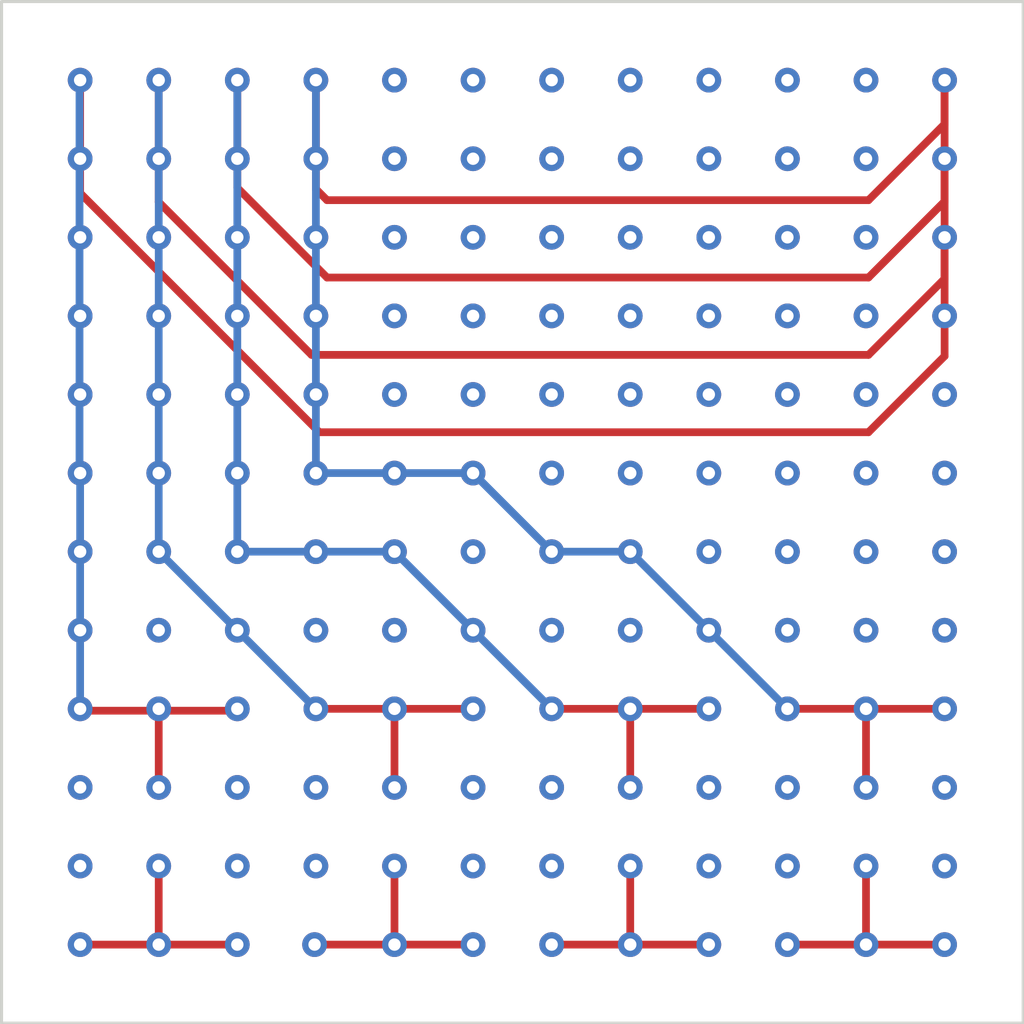
<source format=kicad_pcb>
(kicad_pcb
	(version 20240108)
	(generator "pcbnew")
	(generator_version "8.0")
	(general
		(thickness 1.6)
		(legacy_teardrops no)
	)
	(paper "A4")
	(layers
		(0 "F.Cu" signal)
		(31 "B.Cu" signal)
		(32 "B.Adhes" user "B.Adhesive")
		(33 "F.Adhes" user "F.Adhesive")
		(34 "B.Paste" user)
		(35 "F.Paste" user)
		(36 "B.SilkS" user "B.Silkscreen")
		(37 "F.SilkS" user "F.Silkscreen")
		(38 "B.Mask" user)
		(39 "F.Mask" user)
		(40 "Dwgs.User" user "User.Drawings")
		(41 "Cmts.User" user "User.Comments")
		(42 "Eco1.User" user "User.Eco1")
		(43 "Eco2.User" user "User.Eco2")
		(44 "Edge.Cuts" user)
		(45 "Margin" user)
		(46 "B.CrtYd" user "B.Courtyard")
		(47 "F.CrtYd" user "F.Courtyard")
		(48 "B.Fab" user)
		(49 "F.Fab" user)
		(50 "User.1" user)
		(51 "User.2" user)
		(52 "User.3" user)
		(53 "User.4" user)
		(54 "User.5" user)
		(55 "User.6" user)
		(56 "User.7" user)
		(57 "User.8" user)
		(58 "User.9" user)
	)
	(setup
		(pad_to_mask_clearance 0)
		(allow_soldermask_bridges_in_footprints no)
		(pcbplotparams
			(layerselection 0x00010fc_ffffffff)
			(plot_on_all_layers_selection 0x0000000_00000000)
			(disableapertmacros no)
			(usegerberextensions no)
			(usegerberattributes yes)
			(usegerberadvancedattributes yes)
			(creategerberjobfile yes)
			(dashed_line_dash_ratio 12.000000)
			(dashed_line_gap_ratio 3.000000)
			(svgprecision 4)
			(plotframeref no)
			(viasonmask no)
			(mode 1)
			(useauxorigin no)
			(hpglpennumber 1)
			(hpglpenspeed 20)
			(hpglpendiameter 15.000000)
			(pdf_front_fp_property_popups yes)
			(pdf_back_fp_property_popups yes)
			(dxfpolygonmode yes)
			(dxfimperialunits yes)
			(dxfusepcbnewfont yes)
			(psnegative no)
			(psa4output no)
			(plotreference yes)
			(plotvalue yes)
			(plotfptext yes)
			(plotinvisibletext no)
			(sketchpadsonfab no)
			(subtractmaskfromsilk no)
			(outputformat 1)
			(mirror no)
			(drillshape 1)
			(scaleselection 1)
			(outputdirectory "")
		)
	)
	(net 0 "")
	(gr_rect
		(start 131.98 63.58)
		(end 165 96.6)
		(stroke
			(width 0.1)
			(type default)
		)
		(fill none)
		(layer "Edge.Cuts")
		(uuid "3b3e0919-9240-4e88-98bc-c7a30301080c")
	)
	(gr_text "0"
		(at 160.5 94.5 180)
		(layer "F.Paste")
		(uuid "1c8f6e39-6a84-4f85-90af-53432a0968a3")
		(effects
			(font
				(size 1 1)
				(thickness 0.15)
			)
			(justify left bottom)
		)
	)
	(gr_text "5"
		(at 144 96 0)
		(layer "F.Paste")
		(uuid "2afd352e-4eb1-4f53-aa21-ec0a751cd422")
		(effects
			(font
				(size 1 1)
				(thickness 0.15)
			)
			(justify left bottom)
		)
	)
	(gr_text "8"
		(at 134 65.5 0)
		(layer "F.Paste")
		(uuid "71c3059d-5221-405e-809f-65e8351ac9be")
		(effects
			(font
				(size 1 1)
				(thickness 0.15)
			)
			(justify left bottom)
		)
	)
	(gr_text "8"
		(at 136.5 96 0)
		(layer "F.Paste")
		(uuid "7de35bd8-e371-4a3a-9a5b-dff552258fbc")
		(effects
			(font
				(size 1 1)
				(thickness 0.15)
			)
			(justify left bottom)
		)
	)
	(gr_text "5"
		(at 136.5 65.5 0)
		(layer "F.Paste")
		(uuid "8447af02-3e08-48de-a815-9e8d4cdd024f")
		(effects
			(font
				(size 1 1)
				(thickness 0.15)
			)
			(justify left bottom)
		)
	)
	(gr_text "4"
		(at 139 65.5 0)
		(layer "F.Paste")
		(uuid "867edb82-d96c-4b8a-9194-1c1b9cf7801f")
		(effects
			(font
				(size 1 1)
				(thickness 0.15)
			)
			(justify left bottom)
		)
	)
	(gr_text "front"
		(at 146.5 80.5 0)
		(layer "F.Paste")
		(uuid "98722d56-b7a4-4d45-9390-2ce117401e79")
		(effects
			(font
				(size 1 1)
				(thickness 0.15)
			)
			(justify left bottom)
		)
	)
	(gr_text "0"
		(at 141.5 65.5 0)
		(layer "F.Paste")
		(uuid "d09b732c-06a5-49d1-b1c1-32ad7832198e")
		(effects
			(font
				(size 1 1)
				(thickness 0.15)
			)
			(justify left bottom)
		)
	)
	(gr_text "4"
		(at 151.5 96 0)
		(layer "F.Paste")
		(uuid "f5655bff-f72b-46f8-9076-6f97b386c1c0")
		(effects
			(font
				(size 1 1)
				(thickness 0.15)
			)
			(justify left bottom)
		)
	)
	(segment
		(start 160 72.5)
		(end 142.5 72.5)
		(width 0.25)
		(layer "F.Cu")
		(net 0)
		(uuid "09c99fe3-0867-42a8-82d7-3d5e863240f9")
	)
	(segment
		(start 162.46 75.04)
		(end 160 77.5)
		(width 0.25)
		(layer "F.Cu")
		(net 0)
		(uuid "2d495602-7e8f-43f3-ab49-a1690021e2d0")
	)
	(segment
		(start 152.3 88.98)
		(end 152.3 86.44)
		(width 0.25)
		(layer "F.Cu")
		(net 0)
		(uuid "31a27c36-0070-46cb-bd2f-01d2407b9334")
	)
	(segment
		(start 162.46 67.54)
		(end 160 70)
		(width 0.25)
		(layer "F.Cu")
		(net 0)
		(uuid "3cb3ba8b-daf7-48c5-ab7d-2b50b3ae7917")
	)
	(segment
		(start 137.06 94.06)
		(end 137.06 91.52)
		(width 0.25)
		(layer "F.Cu")
		(net 0)
		(uuid "42dfaace-cee7-4642-94af-ac1f1e4c79f0")
	)
	(segment
		(start 134.52 69.77)
		(end 134.52 68.66)
		(width 0.25)
		(layer "F.Cu")
		(net 0)
		(uuid "439f1139-fa4e-4593-bdb7-5a66d68d5c79")
	)
	(segment
		(start 159.92 88.98)
		(end 159.92 86.44)
		(width 0.25)
		(layer "F.Cu")
		(net 0)
		(uuid "45dc4d61-64bc-4be8-b1d9-bb448a67fd1f")
	)
	(segment
		(start 139.6 69.6)
		(end 139.6 66.12)
		(width 0.25)
		(layer "F.Cu")
		(net 0)
		(uuid "4a8a3717-1858-485c-8235-2bafc26474b6")
	)
	(segment
		(start 144.68 88.98)
		(end 144.68 86.44)
		(width 0.25)
		(layer "F.Cu")
		(net 0)
		(uuid "4fd84a62-9317-486f-ac61-3d9b8a07aba5")
	)
	(segment
		(start 137.06 88.98)
		(end 137.06 86.44)
		(width 0.25)
		(layer "F.Cu")
		(net 0)
		(uuid "554b2793-94cf-4670-bfe7-13d3493fc76a")
	)
	(segment
		(start 162.46 86.44)
		(end 159.92 86.44)
		(width 0.25)
		(layer "F.Cu")
		(net 0)
		(uuid "5a7cf47b-adb2-4a79-9f9b-1f740a8f6a8a")
	)
	(segment
		(start 134.52 68.66)
		(end 134.52 66.12)
		(width 0.25)
		(layer "F.Cu")
		(net 0)
		(uuid "5bac7f74-bb13-4b01-9041-1c2f791fe978")
	)
	(segment
		(start 147.22 94.06)
		(end 142.097184 94.06)
		(width 0.25)
		(layer "F.Cu")
		(net 0)
		(uuid "604479b2-9034-4131-a273-c6a7e5ebaabd")
	)
	(segment
		(start 142.14 69.64)
		(end 142.14 66.12)
		(width 0.25)
		(layer "F.Cu")
		(net 0)
		(uuid "610728d5-debf-4dc7-b7a8-771c2438e34e")
	)
	(segment
		(start 162.46 73.74)
		(end 162.46 66.12)
		(width 0.25)
		(layer "F.Cu")
		(net 0)
		(uuid "6bdd1327-e0a0-41e8-b279-97a58507bab2")
	)
	(segment
		(start 160 77.5)
		(end 142.25 77.5)
		(width 0.25)
		(layer "F.Cu")
		(net 0)
		(uuid "6d6ea9b0-1e8e-4ef9-991f-7e9b4f46e115")
	)
	(segment
		(start 134.52 94.06)
		(end 137.06 94.06)
		(width 0.25)
		(layer "F.Cu")
		(net 0)
		(uuid "6dc45538-699c-479b-8c47-ca4279ed87d5")
	)
	(segment
		(start 149.76 94.06)
		(end 154.84 94.06)
		(width 0.25)
		(layer "F.Cu")
		(net 0)
		(uuid "6f04f574-23b6-4d11-b810-886bc64ce1d0")
	)
	(segment
		(start 139.6 94.06)
		(end 137.06 94.06)
		(width 0.25)
		(layer "F.Cu")
		(net 0)
		(uuid "72b49e48-3a36-4b30-974e-bff830ba8a17")
	)
	(segment
		(start 157.38 94.06)
		(end 162.46 94.06)
		(width 0.25)
		(layer "F.Cu")
		(net 0)
		(uuid "7942b71e-0659-4b9a-815b-1f2df88c20de")
	)
	(segment
		(start 162.46 68.66)
		(end 162.46 70.04)
		(width 0.25)
		(layer "F.Cu")
		(net 0)
		(uuid "79dfe63c-418e-4141-81bf-ab92475c169d")
	)
	(segment
		(start 160 70)
		(end 142.5 70)
		(width 0.25)
		(layer "F.Cu")
		(net 0)
		(uuid "79e2fb1f-8a2c-4fe3-ada3-3c91f6bc2e81")
	)
	(segment
		(start 139.54 86.5)
		(end 134.46 86.5)
		(width 0.25)
		(layer "F.Cu")
		(net 0)
		(uuid "80a7a35a-41e6-4177-b6b0-bbff9bb1484d")
	)
	(segment
		(start 159.92 94.06)
		(end 159.92 91.52)
		(width 0.25)
		(layer "F.Cu")
		(net 0)
		(uuid "81e53fc0-f623-4372-92b4-1b435f2384dd")
	)
	(segment
		(start 159.92 86.44)
		(end 157.38 86.44)
		(width 0.25)
		(layer "F.Cu")
		(net 0)
		(uuid "8676065d-7671-4392-9afd-4183b200de37")
	)
	(segment
		(start 160 75)
		(end 142 75)
		(width 0.25)
		(layer "F.Cu")
		(net 0)
		(uuid "87db0d10-768b-4fc1-b6bc-c7f0e203169e")
	)
	(segment
		(start 142.25 77.5)
		(end 134.52 69.77)
		(width 0.25)
		(layer "F.Cu")
		(net 0)
		(uuid "88b97fa4-b1ab-4849-89ef-4d895f09ae6e")
	)
	(segment
		(start 162.46 71.2)
		(end 162.46 72.54)
		(width 0.25)
		(layer "F.Cu")
		(net 0)
		(uuid "8c2259b0-15ad-4dd1-a377-913675419984")
	)
	(segment
		(start 162.46 70.04)
		(end 160 72.5)
		(width 0.25)
		(layer "F.Cu")
		(net 0)
		(uuid "a7a40da3-9294-4622-b5fc-529338542b3e")
	)
	(segment
		(start 162.46 73.74)
		(end 162.46 75.04)
		(width 0.25)
		(layer "F.Cu")
		(net 0)
		(uuid "aed8672b-4459-4837-9fc8-1ca26fbd96ce")
	)
	(segment
		(start 152.3 91.52)
		(end 152.3 94.06)
		(width 0.25)
		(layer "F.Cu")
		(net 0)
		(uuid "bd4e0d0c-2ee4-44c5-a939-f0f138a91dbb")
	)
	(segment
		(start 142.5 72.5)
		(end 139.6 69.6)
		(width 0.25)
		(layer "F.Cu")
		(net 0)
		(uuid "c1ad83d2-b1e9-460f-bf8a-136223fca377")
	)
	(segment
		(start 137.06 70.06)
		(end 137.06 66.12)
		(width 0.25)
		(layer "F.Cu")
		(net 0)
		(uuid "c3de579a-41ec-481a-89c2-4ef14f8c20a2")
	)
	(segment
		(start 162.46 72.54)
		(end 160 75)
		(width 0.25)
		(layer "F.Cu")
		(net 0)
		(uuid "d59cf405-1396-4442-ae5a-af6b9bba02ab")
	)
	(segment
		(start 147.22 86.44)
		(end 142.14 86.44)
		(width 0.25)
		(layer "F.Cu")
		(net 0)
		(uuid "dcf33429-4a5a-4d22-b5d1-fd83ed6e1d31")
	)
	(segment
		(start 142.5 70)
		(end 142.14 69.64)
		(width 0.25)
		(layer "F.Cu")
		(net 0)
		(uuid "f380c5f5-8275-4234-a872-853541ad9220")
	)
	(segment
		(start 142 75)
		(end 137.06 70.06)
		(width 0.25)
		(layer "F.Cu")
		(net 0)
		(uuid "f6490d74-1270-4bcd-a198-a9737a24941c")
	)
	(segment
		(start 144.68 91.52)
		(end 144.68 94.06)
		(width 0.25)
		(layer "F.Cu")
		(net 0)
		(uuid "f7a64fab-03f9-43bf-ba81-2a1126536297")
	)
	(segment
		(start 162.46 66.12)
		(end 162.46 67.54)
		(width 0.25)
		(layer "F.Cu")
		(net 0)
		(uuid "ff4804a0-88a1-4a64-9ba8-7a70821f7ccf")
	)
	(segment
		(start 154.84 86.44)
		(end 149.76 86.44)
		(width 0.25)
		(layer "F.Cu")
		(net 0)
		(uuid "ff9a5fc2-d797-4a5f-9fce-49c6ab74215f")
	)
	(via
		(at 159.92 94.06)
		(size 0.8)
		(drill 0.4)
		(layers "F.Cu" "B.Cu")
		(net 0)
		(uuid "003d882a-7499-4589-bded-ed97bb6241fd")
	)
	(via
		(at 134.52 78.82)
		(size 0.8)
		(drill 0.4)
		(layers "F.Cu" "B.Cu")
		(net 0)
		(uuid "04049935-991b-4db8-a2ba-dcf012dbd3a9")
	)
	(via
		(at 134.52 81.36)
		(size 0.8)
		(drill 0.4)
		(layers "F.Cu" "B.Cu")
		(net 0)
		(uuid "051f7d57-9cce-4128-ad82-02da64cc89b5")
	)
	(via
		(at 162.46 86.44)
		(size 0.8)
		(drill 0.4)
		(layers "F.Cu" "B.Cu")
		(net 0)
		(uuid "07897855-f30d-40d8-b594-0cef7eb29cd0")
	)
	(via
		(at 147.22 73.74)
		(size 0.8)
		(drill 0.4)
		(layers "F.Cu" "B.Cu")
		(net 0)
		(uuid "0b377752-95af-48de-8f56-c50e78b5fa22")
	)
	(via
		(at 134.52 83.9)
		(size 0.8)
		(drill 0.4)
		(layers "F.Cu" "B.Cu")
		(net 0)
		(uuid "0b748910-66c9-4482-92c7-5c7ec7631280")
	)
	(via
		(at 159.92 68.66)
		(size 0.8)
		(drill 0.4)
		(layers "F.Cu" "B.Cu")
		(net 0)
		(uuid "0bae23d1-3e1d-4e34-9ab6-1048156b58a8")
	)
	(via
		(at 142.097184 94.06)
		(size 0.8)
		(drill 0.4)
		(layers "F.Cu" "B.Cu")
		(net 0)
		(uuid "0ffda84f-a1f0-4e3c-b639-7edfabd6d7c4")
	)
	(via
		(at 152.3 83.9)
		(size 0.8)
		(drill 0.4)
		(layers "F.Cu" "B.Cu")
		(net 0)
		(uuid "0ffe41d1-dc14-4240-9183-4f0acda4e00a")
	)
	(via
		(at 157.38 81.36)
		(size 0.8)
		(drill 0.4)
		(layers "F.Cu" "B.Cu")
		(net 0)
		(uuid "10f002bd-4841-4df3-93cb-6c1dece3e33e")
	)
	(via
		(at 137.06 94.06)
		(size 0.8)
		(drill 0.4)
		(layers "F.Cu" "B.Cu")
		(net 0)
		(uuid "12467fa9-aac8-45f0-af3a-a7611e94afcd")
	)
	(via
		(at 159.92 73.74)
		(size 0.8)
		(drill 0.4)
		(layers "F.Cu" "B.Cu")
		(net 0)
		(uuid "12f06f59-9143-42a8-b05d-52cc6f768742")
	)
	(via
		(at 159.92 76.28)
		(size 0.8)
		(drill 0.4)
		(layers "F.Cu" "B.Cu")
		(net 0)
		(uuid "1315899a-4261-45c8-8daf-cc3916a3d01e")
	)
	(via
		(at 149.76 73.74)
		(size 0.8)
		(drill 0.4)
		(layers "F.Cu" "B.Cu")
		(net 0)
		(uuid "14308cc5-2ba1-4586-823a-5faf7b63a85d")
	)
	(via
		(at 139.6 91.52)
		(size 0.8)
		(drill 0.4)
		(layers "F.Cu" "B.Cu")
		(net 0)
		(uuid "15cdfd0c-d2f6-42b2-b0af-f01664b78850")
	)
	(via
		(at 137.06 71.2)
		(size 0.8)
		(drill 0.4)
		(layers "F.Cu" "B.Cu")
		(net 0)
		(uuid "17660812-a070-459e-95a2-50fba4b8e108")
	)
	(via
		(at 162.46 91.52)
		(size 0.8)
		(drill 0.4)
		(layers "F.Cu" "B.Cu")
		(net 0)
		(uuid "17f320cd-be1f-435a-a07e-7581106e330d")
	)
	(via
		(at 139.6 68.66)
		(size 0.8)
		(drill 0.4)
		(layers "F.Cu" "B.Cu")
		(net 0)
		(uuid "19e6c48a-24a0-42e3-9bf9-711836d78087")
	)
	(via
		(at 144.68 76.28)
		(size 0.8)
		(drill 0.4)
		(layers "F.Cu" "B.Cu")
		(net 0)
		(uuid "1b55bc89-e01e-4759-a076-fd71d9196654")
	)
	(via
		(at 162.46 81.36)
		(size 0.8)
		(drill 0.4)
		(layers "F.Cu" "B.Cu")
		(net 0)
		(uuid "1e2d3299-a678-438a-a8f5-4464626a3ee6")
	)
	(via
		(at 154.84 86.44)
		(size 0.8)
		(drill 0.4)
		(layers "F.Cu" "B.Cu")
		(net 0)
		(uuid "1f2c8ef3-6d59-4aae-925f-eeffdb0b45e7")
	)
	(via
		(at 152.3 73.74)
		(size 0.8)
		(drill 0.4)
		(layers "F.Cu" "B.Cu")
		(net 0)
		(uuid "21c30a23-033d-482a-aacc-429d07c2dc59")
	)
	(via
		(at 157.38 73.74)
		(size 0.8)
		(drill 0.4)
		(layers "F.Cu" "B.Cu")
		(net 0)
		(uuid "2219695f-a8d3-4118-991f-e9b964bb0aa9")
	)
	(via
		(at 149.76 76.28)
		(size 0.8)
		(drill 0.4)
		(layers "F.Cu" "B.Cu")
		(net 0)
		(uuid "238225dc-29dd-48b6-af1c-0dc225dbe5e3")
	)
	(via
		(at 157.38 94.06)
		(size 0.8)
		(drill 0.4)
		(layers "F.Cu" "B.Cu")
		(net 0)
		(uuid "2449bb43-34b9-4a46-9cb3-144677af8ef9")
	)
	(via
		(at 142.14 66.12)
		(size 0.8)
		(drill 0.4)
		(layers "F.Cu" "B.Cu")
		(net 0)
		(uuid "25275f69-1ab7-417d-b6e8-6f2249a6948d")
	)
	(via
		(at 152.3 94.06)
		(size 0.8)
		(drill 0.4)
		(layers "F.Cu" "B.Cu")
		(net 0)
		(uuid "25673ab9-02dc-40d5-b90d-22b08720ae53")
	)
	(via
		(at 139.6 76.28)
		(size 0.8)
		(drill 0.4)
		(layers "F.Cu" "B.Cu")
		(net 0)
		(uuid "25a85c4f-1623-4aa3-b5ed-2327b6c7162a")
	)
	(via
		(at 134.52 91.52)
		(size 0.8)
		(drill 0.4)
		(layers "F.Cu" "B.Cu")
		(net 0)
		(uuid "25d422c4-7234-44d8-80a0-d1182077b643")
	)
	(via
		(at 147.22 78.82)
		(size 0.8)
		(drill 0.4)
		(layers "F.Cu" "B.Cu")
		(net 0)
		(uuid "2a5a3a0a-e7a6-4bef-9a4f-ba1acac4394d")
	)
	(via
		(at 144.68 78.82)
		(size 0.8)
		(drill 0.4)
		(layers "F.Cu" "B.Cu")
		(net 0)
		(uuid "2aaede2e-4c32-479c-8ab4-946f8b2ba2d1")
	)
	(via
		(at 139.6 88.98)
		(size 0.8)
		(drill 0.4)
		(layers "F.Cu" "B.Cu")
		(net 0)
		(uuid "2b94196d-d29a-4a6e-91c2-dccd582488e5")
	)
	(via
		(at 134.52 73.74)
		(size 0.8)
		(drill 0.4)
		(layers "F.Cu" "B.Cu")
		(net 0)
		(uuid "2b9efb7d-f7aa-4593-97bf-7a717b01aaf2")
	)
	(via
		(at 162.46 78.82)
		(size 0.8)
		(drill 0.4)
		(layers "F.Cu" "B.Cu")
		(net 0)
		(uuid "2e86c658-53a4-4895-b50c-02dd5a51688a")
	)
	(via
		(at 154.84 78.82)
		(size 0.8)
		(drill 0.4)
		(layers "F.Cu" "B.Cu")
		(net 0)
		(uuid "31f293b8-da7c-4532-9e54-3e4b2c7edfcf")
	)
	(via
		(at 144.68 66.12)
		(size 0.8)
		(drill 0.4)
		(layers "F.Cu" "B.Cu")
		(net 0)
		(uuid "338f4a36-d303-42aa-b320-8568c89ea881")
	)
	(via
		(at 142.14 71.2)
		(size 0.8)
		(drill 0.4)
		(layers "F.Cu" "B.Cu")
		(net 0)
		(uuid "35941764-7bae-49f8-a876-f10166e65110")
	)
	(via
		(at 154.84 71.2)
		(size 0.8)
		(drill 0.4)
		(layers "F.Cu" "B.Cu")
		(net 0)
		(uuid "379711e9-90d6-4392-baa3-27daf724cca7")
	)
	(via
		(at 139.6 73.74)
		(size 0.8)
		(drill 0.4)
		(layers "F.Cu" "B.Cu")
		(net 0)
		(uuid "3933ff3f-c23e-4653-b9ca-401181c1f642")
	)
	(via
		(at 144.68 73.74)
		(size 0.8)
		(drill 0.4)
		(layers "F.Cu" "B.Cu")
		(net 0)
		(uuid "3bcae532-0253-4959-9a38-b07d19c7d22b")
	)
	(via
		(at 157.38 86.44)
		(size 0.8)
		(drill 0.4)
		(layers "F.Cu" "B.Cu")
		(net 0)
		(uuid "3e11f536-13a5-4680-b3ff-0dece993304f")
	)
	(via
		(at 157.38 68.66)
		(size 0.8)
		(drill 0.4)
		(layers "F.Cu" "B.Cu")
		(net 0)
		(uuid "44dbc8b7-0438-4fe9-bddd-833e42a0b7b0")
	)
	(via
		(at 154.84 83.9)
		(size 0.8)
		(drill 0.4)
		(layers "F.Cu" "B.Cu")
		(net 0)
		(uuid "4776530e-610a-480c-9ffe-989e76ab60ce")
	)
	(via
		(at 144.68 81.36)
		(size 0.8)
		(drill 0.4)
		(layers "F.Cu" "B.Cu")
		(net 0)
		(uuid "48115368-191a-4b4e-9680-148567bc8ae3")
	)
	(via
		(at 142.14 81.36)
		(size 0.8)
		(drill 0.4)
		(layers "F.Cu" "B.Cu")
		(net 0)
		(uuid "4c3f742b-a1b9-4e3c-a1c9-b6e35f09e462")
	)
	(via
		(at 149.76 78.82)
		(size 0.8)
		(drill 0.4)
		(layers "F.Cu" "B.Cu")
		(net 0)
		(uuid "4c8992a3-e3df-49c7-aa6e-fb6216e32985")
	)
	(via
		(at 157.38 83.9)
		(size 0.8)
		(drill 0.4)
		(layers "F.Cu" "B.Cu")
		(net 0)
		(uuid "4cf1593d-39dc-4620-979d-4b6c251eaa34")
	)
	(via
		(at 162.46 88.98)
		(size 0.8)
		(drill 0.4)
		(layers "F.Cu" "B.Cu")
		(net 0)
		(uuid "4f033b35-4d29-47b9-b82a-4dc6d1646205")
	)
	(via
		(at 157.38 91.52)
		(size 0.8)
		(drill 0.4)
		(layers "F.Cu" "B.Cu")
		(net 0)
		(uuid "4f7c251f-3e03-4c44-b35d-1861b82eb3ed")
	)
	(via
		(at 139.6 78.82)
		(size 0.8)
		(drill 0.4)
		(layers "F.Cu" "B.Cu")
		(net 0)
		(uuid "4fa8c028-bc4e-43ff-b5e0-8222bc80893a")
	)
	(via
		(at 157.38 76.28)
		(size 0.8)
		(drill 0.4)
		(layers "F.Cu" "B.Cu")
		(net 0)
		(uuid "50238785-88b9-4ea2-a3ee-91e677da972b")
	)
	(via
		(at 152.3 81.36)
		(size 0.8)
		(drill 0.4)
		(layers "F.Cu" "B.Cu")
		(net 0)
		(uuid "5073d51f-5899-4b61-aad0-139ff97cf305")
	)
	(via
		(at 157.38 78.82)
		(size 0.8)
		(drill 0.4)
		(layers "F.Cu" "B.Cu")
		(net 0)
		(uuid "50cb337f-13bf-448b-8bc7-94a92ad61c25")
	)
	(via
		(at 154.84 66.12)
		(size 0.8)
		(drill 0.4)
		(layers "F.Cu" "B.Cu")
		(net 0)
		(uuid "52b39aeb-27e2-45ec-80d4-5a5995d35b62")
	)
	(via
		(at 144.68 68.66)
		(size 0.8)
		(drill 0.4)
		(layers "F.Cu" "B.Cu")
		(net 0)
		(uuid "54233888-0b86-491b-ab69-65207c87c97e")
	)
	(via
		(at 147.22 91.52)
		(size 0.8)
		(drill 0.4)
		(layers "F.Cu" "B.Cu")
		(net 0)
		(uuid "57f2d7a0-151a-4896-b66f-d4189dcbbc0c")
	)
	(via
		(at 147.22 81.36)
		(size 0.8)
		(drill 0.4)
		(layers "F.Cu" "B.Cu")
		(net 0)
		(uuid "5d782f46-c8b1-44b2-b46f-54f91c8c37f5")
	)
	(via
		(at 137.06 81.36)
		(size 0.8)
		(drill 0.4)
		(layers "F.Cu" "B.Cu")
		(net 0)
		(uuid "5e5ef707-ad85-41f6-9627-cb38ce5242e8")
	)
	(via
		(at 137.06 86.44)
		(size 0.8)
		(drill 0.4)
		(layers "F.Cu" "B.Cu")
		(net 0)
		(uuid "5f7ffd8c-de44-40d8-a115-2287b68802b3")
	)
	(via
		(at 149.76 94.06)
		(size 0.8)
		(drill 0.4)
		(layers "F.Cu" "B.Cu")
		(net 0)
		(uuid "61accf7d-33b8-4c74-8f88-9d66dc2614a5")
	)
	(via
		(at 147.22 68.66)
		(size 0.8)
		(drill 0.4)
		(layers "F.Cu" "B.Cu")
		(net 0)
		(uuid "6224373f-b90a-4249-822a-7aff0aac0f6e")
	)
	(via
		(at 152.3 78.82)
		(size 0.8)
		(drill 0.4)
		(layers "F.Cu" "B.Cu")
		(net 0)
		(uuid "62987601-5248-45ca-a016-7682aea841dc")
	)
	(via
		(at 144.68 88.98)
		(size 0.8)
		(drill 0.4)
		(layers "F.Cu" "B.Cu")
		(net 0)
		(uuid "65e5a3d3-e091-4fae-82dc-df2fe1f7bf84")
	)
	(via
		(at 159.92 86.44)
		(size 0.8)
		(drill 0.4)
		(layers "F.Cu" "B.Cu")
		(net 0)
		(uuid "66f07ee0-eca3-4535-ac8a-f629b0ee0d76")
	)
	(via
		(at 162.46 71.2)
		(size 0.8)
		(drill 0.4)
		(layers "F.Cu" "B.Cu")
		(net 0)
		(uuid "679091fe-9c32-4280-8bd8-782924d182c4")
	)
	(via
		(at 149.76 81.36)
		(size 0.8)
		(drill 0.4)
		(layers "F.Cu" "B.Cu")
		(net 0)
		(uuid "6b16740e-6dcf-45d0-8c4b-fd260cdd4835")
	)
	(via
		(at 159.92 78.82)
		(size 0.8)
		(drill 0.4)
		(layers "F.Cu" "B.Cu")
		(net 0)
		(uuid "6bd099ab-12c7-44de-835a-4c38abb7fde5")
	)
	(via
		(at 137.06 68.66)
		(size 0.8)
		(drill 0.4)
		(layers "F.Cu" "B.Cu")
		(net 0)
		(uuid "6d083f30-f1cc-48bc-b3d0-a49cb35f8a13")
	)
	(via
		(at 159.92 81.36)
		(size 0.8)
		(drill 0.4)
		(layers "F.Cu" "B.Cu")
		(net 0)
		(uuid "6f94b4da-8c82-4490-aa5e-1c1c64c8459c")
	)
	(via
		(at 139.6 71.2)
		(size 0.8)
		(drill 0.4)
		(layers "F.Cu" "B.Cu")
		(net 0)
		(uuid "713396f3-f9c6-446c-80c8-b5373402620b")
	)
	(via
		(at 142.14 68.66)
		(size 0.8)
		(drill 0.4)
		(layers "F.Cu" "B.Cu")
		(net 0)
		(uuid "74758020-a232-4f7c-9588-6aa8702aea18")
	)
	(via
		(at 134.52 71.2)
		(size 0.8)
		(drill 0.4)
		(layers "F.Cu" "B.Cu")
		(net 0)
		(uuid "76f92cb5-ebc8-493e-b117-1bb7269f4b92")
	)
	(via
		(at 144.68 83.9)
		(size 0.8)
		(drill 0.4)
		(layers "F.Cu" "B.Cu")
		(net 0)
		(uuid "77492efd-bec5-45f6-98bc-42f047d2ee12")
	)
	(via
		(at 154.84 76.28)
		(size 0.8)
		(drill 0.4)
		(layers "F.Cu" "B.Cu")
		(net 0)
		(uuid "77de3486-5272-41bc-9113-d5c4cf38a22d")
	)
	(via
		(at 159.92 88.98)
		(size 0.8)
		(drill 0.4)
		(layers "F.Cu" "B.Cu")
		(net 0)
		(uuid "7865f383-47ce-46cd-95bf-49dcb1eb12c5")
	)
	(via
		(at 147.22 76.28)
		(size 0.8)
		(drill 0.4)
		(layers "F.Cu" "B.Cu")
		(net 0)
		(uuid "7a1e012f-349b-4e5b-b51a-4ebabdf93468")
	)
	(via
		(at 154.84 81.36)
		(size 0.8)
		(drill 0.4)
		(layers "F.Cu" "B.Cu")
		(net 0)
		(uuid "7c086fd7-177f-40cf-9874-0c8dc85a6bbf")
	)
	(via
		(at 142.14 73.74)
		(size 0.8)
		(drill 0.4)
		(layers "F.Cu" "B.Cu")
		(net 0)
		(uuid "7cf8adf7-5945-442b-bb98-b4cd24dd7ebf")
	)
	(via
		(at 149.76 83.9)
		(size 0.8)
		(drill 0.4)
		(layers "F.Cu" "B.Cu")
		(net 0)
		(uuid "80653353-645c-4994-9406-26238e9c9d87")
	)
	(via
		(at 139.6 66.12)
		(size 0.8)
		(drill 0.4)
		(layers "F.Cu" "B.Cu")
		(net 0)
		(uuid "81ab2ca6-1510-4368-a1fe-1ac8ee1adaeb")
	)
	(via
		(at 147.22 83.9)
		(size 0.8)
		(drill 0.4)
		(layers "F.Cu" "B.Cu")
		(net 0)
		(uuid "821efb73-409a-47a0-9985-beb05481d526")
	)
	(via
		(at 142.14 86.44)
		(size 0.8)
		(drill 0.4)
		(layers "F.Cu" "B.Cu")
		(net 0)
		(uuid "84e8351f-5aed-4140-a544-68b7ab5fe127")
	)
	(via
		(at 162.46 68.66)
		(size 0.8)
		(drill 0.4)
		(layers "F.Cu" "B.Cu")
		(net 0)
		(uuid "89b7fbea-8b92-4533-8df1-ce357c9f2faa")
	)
	(via
		(at 149.76 88.98)
		(size 0.8)
		(drill 0.4)
		(layers "F.Cu" "B.Cu")
		(net 0)
		(uuid "8c4febf3-27d6-4969-9eda-776e25cc6fab")
	)
	(via
		(at 159.92 83.9)
		(size 0.8)
		(drill 0.4)
		(layers "F.Cu" "B.Cu")
		(net 0)
		(uuid "8fac131f-30b8-47ea-98d4-90483e4c51d6")
	)
	(via
		(at 139.6 83.9)
		(size 0.8)
		(drill 0.4)
		(layers "F.Cu" "B.Cu")
		(net 0)
		(uuid "90f13bc9-b79e-48ab-b7b2-2ecc4ed457bb")
	)
	(via
		(at 162.46 76.28)
		(size 0.8)
		(drill 0.4)
		(layers "F.Cu" "B.Cu")
		(net 0)
		(uuid "930c0b1f-2f91-4618-bcc4-b709dd04af53")
	)
	(via
		(at 142.14 83.9)
		(size 0.8)
		(drill 0.4)
		(layers "F.Cu" "B.Cu")
		(net 0)
		(uuid "98c69ec3-c0aa-4982-b56d-c4224a587cc5")
	)
	(via
		(at 159.92 71.2)
		(size 0.8)
		(drill 0.4)
		(layers "F.Cu" "B.Cu")
		(net 0)
		(uuid "99208288-c009-4ea9-905a-b8d2fb5acd5b")
	)
	(via
		(at 149.76 68.66)
		(size 0.8)
		(drill 0.4)
		(layers "F.Cu" "B.Cu")
		(net 0)
		(uuid "9b7458c7-d592-4bc1-b6ed-966aa68b935e")
	)
	(via
		(at 152.3 91.52)
		(size 0.8)
		(drill 0.4)
		(layers "F.Cu" "B.Cu")
		(net 0)
		(uuid "9c3fd55b-a40c-4e32-a844-573953368931")
	)
	(via
		(at 152.3 66.12)
		(size 0.8)
		(drill 0.4)
		(layers "F.Cu" "B.Cu")
		(net 0)
		(uuid "9e542df2-19d6-49f4-8f2c-4969baf4bbc1")
	)
	(via
		(at 147.22 94.06)
		(size 0.8)
		(drill 0.4)
		(layers "F.Cu" "B.Cu")
		(net 0)
		(uuid "a030bef9-4dd0-489e-95c8-7a88b1e69500")
	)
	(via
		(at 142.14 88.98)
		(size 0.8)
		(drill 0.4)
		(layers "F.Cu" "B.Cu")
		(net 0)
		(uuid "ac819f39-a016-4773-9260-73f9e35b1b64")
	)
	(via
		(at 157.38 71.2)
		(size 0.8)
		(drill 0.4)
		(layers "F.Cu" "B.Cu")
		(net 0)
		(uuid "ae4ae4bd-f40a-4667-932f-4520b12a83b0")
	)
	(via
		(at 149.76 86.44)
		(size 0.8)
		(drill 0.4)
		(layers "F.Cu" "B.Cu")
		(net 0)
		(uuid "b24d6ae4-2a5c-42af-88fa-e02bac56f728")
	)
	(via
		(at 147.22 66.12)
		(size 0.8)
		(drill 0.4)
		(layers "F.Cu" "B.Cu")
		(net 0)
		(uuid "b3a8a44d-95c5-4aac-b916-3a82eee7a9d6")
	)
	(via
		(at 134.52 94.06)
		(size 0.8)
		(drill 0.4)
		(layers "F.Cu" "B.Cu")
		(net 0)
		(uuid "b4acf674-025d-4aba-abff-1013cda485d0")
	)
	(via
		(at 152.3 86.44)
		(size 0.8)
		(drill 0.4)
		(layers "F.Cu" "B.Cu")
		(net 0)
		(uuid "b63aa79a-927b-466c-ada2-fc88a91bbb97")
	)
	(via
		(at 147.22 88.98)
		(size 0.8)
		(drill 0.4)
		(layers "F.Cu" "B.Cu")
		(net 0)
		(uuid "b6b03859-ec7b-407d-a44b-35bbc192da5b")
	)
	(via
		(at 142.14 91.52)
		(size 0.8)
		(drill 0.4)
		(layers "F.Cu" "B.Cu")
		(net 0)
		(uuid "b8d7a1d4-1fd5-4f38-adca-c46debe49a8f")
	)
	(via
		(at 152.3 68.66)
		(size 0.8)
		(drill 0.4)
		(layers "F.Cu" "B.Cu")
		(net 0)
		(uuid "b919a6e2-4a31-4f55-8d4e-125cbdcaf10f")
	)
	(via
		(at 142.14 78.82)
		(size 0.8)
		(drill 0.4)
		(layers "F.Cu" "B.Cu")
		(net 0)
		(uuid "bde9efdc-c1a6-43de-8797-37d7c3ecdba3")
	)
	(via
		(at 137.06 91.52)
		(size 0.8)
		(drill 0.4)
		(layers "F.Cu" "B.Cu")
		(net 0)
		(uuid "bebd9c65-635d-4861-ace5-581ef17f87d9")
	)
	(via
		(at 137.06 66.12)
		(size 0.8)
		(drill 0.4)
		(layers "F.Cu" "B.Cu")
		(net 0)
		(uuid "c2866da7-a03d-42a4-9c8a-03f6383564a0")
	)
	(via
		(at 154.84 68.66)
		(size 0.8)
		(drill 0.4)
		(layers "F.Cu" "B.Cu")
		(net 0)
		(uuid "c2f2f2e1-a940-49b1-b8b2-e021dba2f821")
	)
	(via
		(at 159.92 91.52)
		(size 0.8)
		(drill 0.4)
		(layers "F.Cu" "B.Cu")
		(net 0)
		(uuid "c30fd684-0b79-4b7e-8098-38dc80c559ea")
	)
	(via
		(at 134.52 66.12)
		(size 0.8)
		(drill 0.4)
		(layers "F.Cu" "B.Cu")
		(net 0)
		(uuid "c3fd1968-9d69-4e00-b123-316b940cf37b")
	)
	(via
		(at 137.06 83.9)
		(size 0.8)
		(drill 0.4)
		(layers "F.Cu" "B.Cu")
		(net 0)
		(uuid "c738d041-0007-48d3-bdc3-c0b8dd42b01d")
	)
	(via
		(at 154.84 88.98)
		(size 0.8)
		(drill 0.4)
		(layers "F.Cu" "B.Cu")
		(net 0)
		(uuid "c7cf6fa4-03c7-4797-93f8-6a6d8a37e2fc")
	)
	(via
		(at 147.22 86.44)
		(size 0.8)
		(drill 0.4)
		(layers "F.Cu" "B.Cu")
		(net 0)
		(uuid "c875a67b-9b9f-4b0e-9cc1-98816f6e4da7")
	)
	(via
		(at 157.38 66.12)
		(size 0.8)
		(drill 0.4)
		(layers "F.Cu" "B.Cu")
		(net 0)
		(uuid "c99f1145-855d-4735-b32e-420908423fce")
	)
	(via
		(at 139.6 86.44)
		(size 0.8)
		(drill 0.4)
		(layers "F.Cu" "B.Cu")
		(net 0)
		(uuid "c9eeb9e5-709b-4b45-9524-744e264fe77e")
	)
	(via
		(at 144.68 71.2)
		(size 0.8)
		(drill 0.4)
		(layers "F.Cu" "B.Cu")
		(net 0)
		(uuid "cc92b4e5-e895-49b1-9b08-e3287536857b")
	)
	(via
		(at 154.84 94.06)
		(size 0.8)
		(drill 0.4)
		(layers "F.Cu" "B.Cu")
		(net 0)
		(uuid "cd542d43-a222-4247-a814-9fff6a5ff271")
	)
	(via
		(at 139.6 81.36)
		(size 0.8)
		(drill 0.4)
		(layers "F.Cu" "B.Cu")
		(net 0)
		(uuid "cdae2ca0-62b0-4bdb-8e17-c96c9cb04e83")
	)
	(via
		(at 162.46 94.06)
		(size 0.8)
		(drill 0.4)
		(layers "F.Cu" "B.Cu")
		(net 0)
		(uuid "ce558815-f988-4e93-b058-e6dd5691a7ce")
	)
	(via
		(at 162.46 73.74)
		(size 0.8)
		(drill 0.4)
		(layers "F.Cu" "B.Cu")
		(net 0)
		(uuid "d33f178d-8e10-4888-8c94-f56d336acae3")
	)
	(via
		(at 139.6 94.06)
		(size 0.8)
		(drill 0.4)
		(layers "F.Cu" "B.Cu")
		(net 0)
		(uuid "d4ab6a82-5175-41e8-946f-a7ffc5b95668")
	)
	(via
		(at 152.3 88.98)
		(size 0.8)
		(drill 0.4)
		(layers "F.Cu" "B.Cu")
		(net 0)
		(uuid "d8ca28e8-cc37-4517-9190-b2f2ead19cb4")
	)
	(via
		(at 144.68 94.06)
		(size 0.8)
		(drill 0.4)
		(layers "F.Cu" "B.Cu")
		(net 0)
		(uuid "dabb13f1-b44d-42ed-a4a3-04da2e8c5a92")
	)
	(via
		(at 137.06 88.98)
		(size 0.8)
		(drill 0.4)
		(layers "F.Cu" "B.Cu")
		(net 0)
		(uuid "dc005764-a638-4cfa-a9f2-b9bdc8d562c2")
	)
	(via
		(at 154.84 73.74)
		(size 0.8)
		(drill 0.4)
		(layers "F.Cu" "B.Cu")
		(net 0)
		(uuid "dc1a7f80-52db-4559-9c96-2e1f55ac9e35")
	)
	(via
		(at 144.68 86.44)
		(size 0.8)
		(drill 0.4)
		(layers "F.Cu" "B.Cu")
		(net 0)
		(uuid "dc6c632e-111d-477a-94d8-d1b3e6e3dde5")
	)
	(via
		(at 134.52 76.28)
		(size 0.8)
		(drill 0.4)
		(layers "F.Cu" "B.Cu")
		(net 0)
		(uuid "dea1f772-b619-4eac-be3c-f253443ec910")
	)
	(via
		(at 149.76 66.12)
		(size 0.8)
		(drill 0.4)
		(layers "F.Cu" "B.Cu")
		(net 0)
		(uuid "defb4582-e70b-4521-b2ba-f4667b9609d1")
	)
	(via
		(at 149.76 91.52)
		(size 0.8)
		(drill 0.4)
		(layers "F.Cu" "B.Cu")
		(net 0)
		(uuid "e338dcf2-7123-483e-8a7b-ebf864557d8c")
	)
	(via
		(at 152.3 76.28)
		(size 0.8)
		(drill 0.4)
		(layers "F.Cu" "B.Cu")
		(net 0)
		(uuid "e372d05b-10ff-43e4-a95f-3121ea7abbf0")
	)
	(via
		(at 159.92 66.12)
		(size 0.8)
		(drill 0.4)
		(layers "F.Cu" "B.Cu")
		(net 0)
		(uuid "e5229c86-1c60-4bd5-8f96-ef4e4079c28c")
	)
	(via
		(at 144.68 91.52)
		(size 0.8)
		(drill 0.4)
		(layers "F.Cu" "B.Cu")
		(net 0)
		(uuid "e5dbe2ce-59d8-4e66-96c9-0bc50cb0a271")
	)
	(via
		(at 137.06 73.74)
		(size 0.8)
		(drill 0.4)
		(layers "F.Cu" "B.Cu")
		(net 0)
		(uuid "e74fd98f-5107-4a04-89b7-5b96cd038564")
	)
	(via
		(at 152.3 71.2)
		(size 0.8)
		(drill 0.4)
		(layers "F.Cu" "B.Cu")
		(net 0)
		(uuid "e95e282e-7130-41f4-9941-5164ba31d00d")
	)
	(via
		(at 162.46 83.9)
		(size 0.8)
		(drill 0.4)
		(layers "F.Cu" "B.Cu")
		(net 0)
		(uuid "eb518a77-80ac-44b9-ac63-fc9e7bef9a4b")
	)
	(via
		(at 142.14 76.28)
		(size 0.8)
		(drill 0.4)
		(layers "F.Cu" "B.Cu")
		(net 0)
		(uuid "eefa6541-ba2d-4a2b-a4c5-b8105eeebfe6")
	)
	(via
		(at 157.38 88.98)
		(size 0.8)
		(drill 0.4)
		(layers "F.Cu" "B.Cu")
		(net 0)
		(uuid "ef461fb6-3ae7-49c7-a360-d0b54469a9d5")
	)
	(via
		(at 134.52 68.66)
		(size 0.8)
		(drill 0.4)
		(layers "F.Cu" "B.Cu")
		(net 0)
		(uuid "f183da9e-4566-40a6-9337-4dba27e825f6")
	)
	(via
		(at 149.76 71.2)
		(size 0.8)
		(drill 0.4)
		(layers "F.Cu" "B.Cu")
		(net 0)
		(uuid "f2ceef2c-34f3-4da1-8920-d1abc0c41d44")
	)
	(via
		(at 137.06 76.28)
		(size 0.8)
		(drill 0.4)
		(layers "F.Cu" "B.Cu")
		(net 0)
		(uuid "f322ccfc-f6cd-4b1c-af4d-eb6a761b648d")
	)
	(via
		(at 134.52 88.98)
		(size 0.8)
		(drill 0.4)
		(layers "F.Cu" "B.Cu")
		(net 0)
		(uuid "f60801a3-b9fc-456d-8343-1e64e8fd5585")
	)
	(via
		(at 154.84 91.52)
		(size 0.8)
		(drill 0.4)
		(layers "F.Cu" "B.Cu")
		(net 0)
		(uuid "f6710e1b-ab6b-4a36-97b1-07f09c155145")
	)
	(via
		(at 137.06 78.82)
		(size 0.8)
		(drill 0.4)
		(layers "F.Cu" "B.Cu")
		(net 0)
		(uuid "f68e310e-a6a0-42b9-b5ae-98a3cb1aa976")
	)
	(via
		(at 134.52 86.44)
		(size 0.8)
		(drill 0.4)
		(layers "F.Cu" "B.Cu")
		(net 0)
		(uuid "fbb65302-b89f-4bf1-922b-72b8e39f0d43")
	)
	(via
		(at 162.46 66.12)
		(size 0.8)
		(drill 0.4)
		(layers "F.Cu" "B.Cu")
		(net 0)
		(uuid "fcd35bc4-61a5-4738-82ee-e0085789586f")
	)
	(via
		(at 147.22 71.2)
		(size 0.8)
		(drill 0.4)
		(layers "F.Cu" "B.Cu")
		(net 0)
		(uuid "ffff7811-1abf-4e2b-8f67-e0fd975e8f65")
	)
	(segment
		(start 137.06 78.82)
		(end 137.06 76.28)
		(width 0.25)
		(layer "B.Cu")
		(net 0)
		(uuid "086f8570-c752-4865-bc49-1fbcb851b351")
	)
	(segment
		(start 149.76 81.36)
		(end 147.22 78.82)
		(width 0.25)
		(layer "B.Cu")
		(net 0)
		(uuid "0d68ef3c-4bbd-4fb2-9402-1938295c531d")
	)
	(segment
		(start 142.14 78.82)
		(end 144.68 78.82)
		(width 0.25)
		(layer "B.Cu")
		(net 0)
		(uuid "0f567327-070d-46d3-a8f0-a62ca457abe4")
	)
	(segment
		(start 134.52 81.36)
		(end 134.52 78.82)
		(width 0.25)
		(layer "B.Cu")
		(net 0)
		(uuid "15301618-3529-4aa5-ad09-1017e593e728")
	)
	(segment
		(start 147.22 78.82)
		(end 144.68 78.82)
		(width 0.25)
		(layer "B.Cu")
		(net 0)
		(uuid "231f48bb-b5e3-49fd-88ec-24bab2fdecc6")
	)
	(segment
		(start 147.22 83.9)
		(end 149.76 86.44)
		(width 0.25)
		(layer "B.Cu")
		(net 0)
		(uuid "475d0f77-1a9c-420c-a0d0-1738839c044f")
	)
	(segment
		(start 142.14 78.82)
		(end 142.14 66.12)
		(width 0.25)
		(layer "B.Cu")
		(net 0)
		(uuid "533cbbb7-5444-4a41-9f29-a20d65e8be78")
	)
	(segment
		(start 139.6 78.82)
		(end 139.6 76.28)
		(width 0.25)
		(layer "B.Cu")
		(net 0)
		(uuid "578f09d2-f271-4475-b861-053b5386f9d4")
	)
	(segment
		(start 157.38 86.44)
		(end 152.3 81.36)
		(width 0.25)
		(layer "B.Cu")
		(net 0)
		(uuid "5fc7b28b-dd28-47b4-9a49-02a312dfd346")
	)
	(segment
		(start 147.22 83.9)
		(end 144.68 81.36)
		(width 0.25)
		(layer "B.Cu")
		(net 0)
		(uuid "6b671b8f-b962-43db-9c2c-6784015c053c")
	)
	(segment
		(start 142.14 86.44)
		(end 139.6 83.9)
		(width 0.25)
		(layer "B.Cu")
		(net 0)
		(uuid "6e9b8cec-62db-4f66-a45d-a805da363b26")
	)
	(segment
		(start 137.06 81.36)
		(end 137.06 78.82)
		(width 0.25)
		(layer "B.Cu")
		(net 0)
		(uuid "7a8dcadf-7d5f-48de-9b59-df6ac2ad8f39")
	)
	(segment
		(start 139.6 71.2)
		(end 139.6 73.74)
		(width 0.25)
		(layer "B.Cu")
		(net 0)
		(uuid "7aac4740-1d51-4230-8409-2fe2cd0d7a60")
	)
	(segment
		(start 139.6 73.74)
		(end 139.6 76.28)
		(width 0.25)
		(layer "B.Cu")
		(net 0)
		(uuid "7ab48a99-2e44-41af-9eb0-d25d25dd0f28")
	)
	(segment
		(start 139.6 71.2)
		(end 139.6 66.12)
		(width 0.25)
		(layer "B.Cu")
		(net 0)
		(uuid "84f23978-d06c-4d1f-abd7-bd793cfdfad6")
	)
	(segment
		(start 144.68 81.36)
		(end 139.6 81.36)
		(width 0.25)
		(layer "B.Cu")
		(net 0)
		(uuid "8ee3fd80-d366-4af3-bd63-fa4a6c5b79a2")
	)
	(segment
		(start 139.6 81.36)
		(end 139.6 78.82)
		(width 0.25)
		(layer "B.Cu")
		(net 0)
		(uuid "8fb2782b-02eb-48c8-87fd-81d408748188")
	)
	(segment
		(start 134.52 86.44)
		(end 134.52 81.36)
		(width 0.25)
		(layer "B.Cu")
		(net 0)
		(uuid "a2eeac02-5f60-486d-b670-92cda89f433b")
	)
	(segment
		(start 134.5 78.85)
		(end 134.5 66.15)
		(width 0.25)
		(layer "B.Cu")
		(net 0)
		(uuid "a3fa6659-ea70-47c5-8b05-07ff5eee48b9")
	)
	(segment
		(start 139.6 83.9)
		(end 137.06 81.36)
		(width 0.25)
		(layer "B.Cu")
		(net 0)
		(uuid "ed473fdf-6e21-4298-92ec-e4ba3df9eebd")
	)
	(segment
		(start 137.06 76.28)
		(end 137.06 66.12)
		(width 0.25)
		(layer "B.Cu")
		(net 0)
		(uuid "f2b5149f-25f8-4b66-9583-49ec07113cce")
	)
	(segment
		(start 152.3 81.36)
		(end 149.76 81.36)
		(width 0.25)
		(layer "B.Cu")
		(net 0)
		(uuid "f4db5982-c58f-48c7-a25a-15ee403a6e56")
	)
)
</source>
